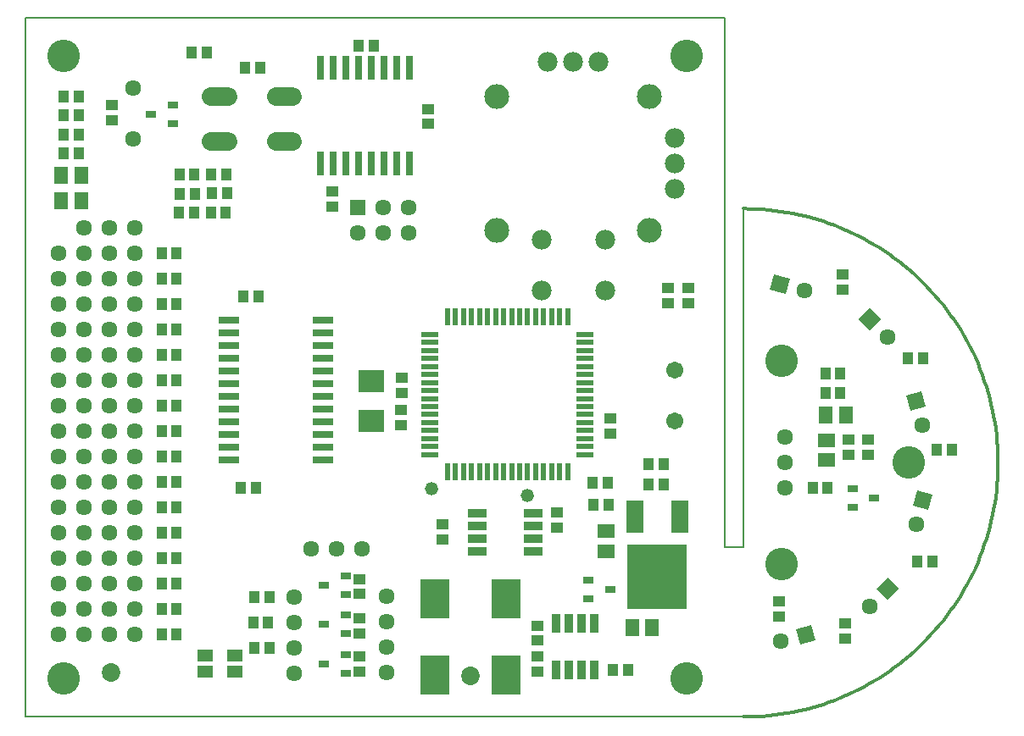
<source format=gts>
G75*
%MOIN*%
%OFA0B0*%
%FSLAX24Y24*%
%IPPOS*%
%LPD*%
%AMOC8*
5,1,8,0,0,1.08239X$1,22.5*
%
%ADD10C,0.0120*%
%ADD11C,0.0080*%
%ADD12R,0.0474X0.0395*%
%ADD13R,0.0635X0.0635*%
%ADD14C,0.0635*%
%ADD15R,0.0395X0.0474*%
%ADD16R,0.0635X0.0635*%
%ADD17R,0.0671X0.0533*%
%ADD18R,0.0769X0.0336*%
%ADD19R,0.0533X0.0671*%
%ADD20R,0.0363X0.0781*%
%ADD21R,0.1180X0.1580*%
%ADD22C,0.1280*%
%ADD23C,0.0674*%
%ADD24R,0.0631X0.0513*%
%ADD25C,0.0980*%
%ADD26C,0.0780*%
%ADD27C,0.0720*%
%ADD28R,0.0316X0.0946*%
%ADD29R,0.0430X0.0316*%
%ADD30R,0.2363X0.2521*%
%ADD31R,0.0710X0.1261*%
%ADD32R,0.0240X0.0671*%
%ADD33R,0.0671X0.0240*%
%ADD34R,0.1025X0.0867*%
%ADD35R,0.0848X0.0297*%
%ADD36C,0.0520*%
%ADD37C,0.0730*%
D10*
X028400Y000974D02*
X028644Y000977D01*
X028887Y000986D01*
X029130Y001001D01*
X029373Y001021D01*
X029615Y001048D01*
X029856Y001081D01*
X030096Y001119D01*
X030336Y001163D01*
X030574Y001213D01*
X030811Y001269D01*
X031047Y001331D01*
X031281Y001398D01*
X031513Y001471D01*
X031744Y001550D01*
X031972Y001634D01*
X032199Y001724D01*
X032423Y001819D01*
X032645Y001920D01*
X032864Y002026D01*
X033080Y002137D01*
X033294Y002254D01*
X033505Y002375D01*
X033713Y002502D01*
X033918Y002634D01*
X034119Y002771D01*
X034317Y002913D01*
X034512Y003059D01*
X034703Y003210D01*
X034890Y003366D01*
X035073Y003526D01*
X035253Y003691D01*
X035428Y003860D01*
X035599Y004033D01*
X035766Y004211D01*
X035928Y004392D01*
X036086Y004577D01*
X036240Y004766D01*
X036389Y004959D01*
X036533Y005155D01*
X036672Y005355D01*
X036807Y005558D01*
X036936Y005765D01*
X037060Y005974D01*
X037179Y006186D01*
X037293Y006402D01*
X037402Y006619D01*
X037505Y006840D01*
X037603Y007063D01*
X037696Y007288D01*
X037783Y007516D01*
X037864Y007745D01*
X037940Y007977D01*
X038010Y008210D01*
X038075Y008445D01*
X038134Y008681D01*
X038187Y008919D01*
X038234Y009158D01*
X038275Y009398D01*
X038310Y009639D01*
X038340Y009880D01*
X038364Y010123D01*
X038381Y010366D01*
X038393Y010609D01*
X038399Y010852D01*
X038399Y011096D01*
X038393Y011339D01*
X038381Y011582D01*
X038364Y011825D01*
X038340Y012068D01*
X038310Y012309D01*
X038275Y012550D01*
X038234Y012790D01*
X038187Y013029D01*
X038134Y013267D01*
X038075Y013503D01*
X038010Y013738D01*
X037940Y013971D01*
X037864Y014203D01*
X037783Y014432D01*
X037696Y014660D01*
X037603Y014885D01*
X037505Y015108D01*
X037402Y015329D01*
X037293Y015546D01*
X037179Y015762D01*
X037060Y015974D01*
X036936Y016183D01*
X036807Y016390D01*
X036672Y016593D01*
X036533Y016793D01*
X036389Y016989D01*
X036240Y017182D01*
X036086Y017371D01*
X035928Y017556D01*
X035766Y017737D01*
X035599Y017915D01*
X035428Y018088D01*
X035253Y018257D01*
X035073Y018422D01*
X034890Y018582D01*
X034703Y018738D01*
X034512Y018889D01*
X034317Y019035D01*
X034119Y019177D01*
X033918Y019314D01*
X033713Y019446D01*
X033505Y019573D01*
X033294Y019694D01*
X033080Y019811D01*
X032864Y019922D01*
X032645Y020028D01*
X032423Y020129D01*
X032199Y020224D01*
X031972Y020314D01*
X031744Y020398D01*
X031513Y020477D01*
X031281Y020550D01*
X031047Y020617D01*
X030811Y020679D01*
X030574Y020735D01*
X030336Y020785D01*
X030096Y020829D01*
X029856Y020867D01*
X029615Y020900D01*
X029373Y020927D01*
X029130Y020947D01*
X028887Y020962D01*
X028644Y020971D01*
X028400Y020974D01*
D11*
X028400Y000974D02*
X000150Y000974D01*
X000150Y028474D01*
X027650Y028474D01*
X027650Y007667D01*
X028400Y007667D01*
X028400Y020974D01*
D12*
X026213Y017844D03*
X026213Y017254D03*
X025413Y017254D03*
X025413Y017844D03*
X023163Y012719D03*
X023163Y012129D03*
X021050Y009019D03*
X021050Y008429D03*
X020275Y004569D03*
X020275Y003979D03*
X020275Y003344D03*
X020275Y002754D03*
X016550Y007954D03*
X016550Y008544D03*
X013300Y006407D03*
X013300Y005816D03*
X013288Y004844D03*
X013288Y004254D03*
X013300Y003344D03*
X013300Y002754D03*
X014925Y012454D03*
X014925Y013044D03*
X014938Y013729D03*
X014938Y014319D03*
X012213Y021054D03*
X012213Y021644D03*
X016000Y024316D03*
X016000Y024907D03*
X003538Y025044D03*
X003538Y024454D03*
X029775Y005519D03*
X029775Y004929D03*
X032400Y004644D03*
X032400Y004054D03*
X032525Y011304D03*
X032525Y011894D03*
X033275Y011894D03*
X033275Y011304D03*
X032275Y017804D03*
X032275Y018394D03*
D13*
X013213Y021037D03*
D14*
X014213Y021037D03*
X015213Y021037D03*
X015213Y020037D03*
X014213Y020037D03*
X013213Y020037D03*
X004450Y020224D03*
X004450Y019224D03*
X004450Y018224D03*
X003450Y018224D03*
X002450Y018224D03*
X001450Y018224D03*
X001450Y019224D03*
X002450Y019224D03*
X003450Y019224D03*
X003450Y020224D03*
X002450Y020224D03*
X002450Y017224D03*
X003450Y017224D03*
X003450Y016224D03*
X002450Y016224D03*
X002450Y015224D03*
X003450Y015224D03*
X003450Y014224D03*
X002450Y014224D03*
X002450Y013224D03*
X003450Y013224D03*
X003450Y012224D03*
X002450Y012224D03*
X002450Y011224D03*
X003450Y011224D03*
X003450Y010224D03*
X002450Y010224D03*
X002450Y009224D03*
X003450Y009224D03*
X003450Y008224D03*
X002450Y008224D03*
X002450Y007224D03*
X003450Y007224D03*
X003450Y006224D03*
X002450Y006224D03*
X002450Y005224D03*
X003450Y005224D03*
X003450Y004224D03*
X002450Y004224D03*
X001450Y004224D03*
X001450Y005224D03*
X001450Y006224D03*
X001450Y007224D03*
X001450Y008224D03*
X001450Y009224D03*
X001450Y010224D03*
X001450Y011224D03*
X001450Y012224D03*
X001450Y013224D03*
X001450Y014224D03*
X001450Y015224D03*
X001450Y016224D03*
X001450Y017224D03*
X004450Y017224D03*
X004450Y016224D03*
X004450Y015224D03*
X004450Y014224D03*
X004450Y013224D03*
X004450Y012224D03*
X004450Y011224D03*
X004450Y010224D03*
X004450Y009224D03*
X004450Y008224D03*
X004450Y007224D03*
X004450Y006224D03*
X004450Y005224D03*
X004450Y004224D03*
X010725Y004699D03*
X010725Y003699D03*
X010725Y002699D03*
X010725Y005699D03*
X011400Y007599D03*
X012400Y007599D03*
X013400Y007599D03*
X014350Y005724D03*
X014350Y004724D03*
X014350Y003724D03*
X014350Y002724D03*
X029867Y003945D03*
X033349Y005318D03*
X035171Y008541D03*
X035429Y012441D03*
X034056Y015923D03*
X030783Y017745D03*
X030025Y011974D03*
X030025Y010974D03*
X030025Y009974D03*
X004375Y023712D03*
X004375Y025712D03*
D15*
X006680Y027124D03*
X007270Y027124D03*
X008792Y026524D03*
X009383Y026524D03*
X013255Y027399D03*
X013845Y027399D03*
X008058Y022324D03*
X007467Y022324D03*
X006795Y022312D03*
X006205Y022312D03*
X006217Y021562D03*
X006808Y021562D03*
X007492Y021574D03*
X008083Y021574D03*
X008033Y020824D03*
X007442Y020824D03*
X006783Y020812D03*
X006192Y020812D03*
X006095Y019224D03*
X005505Y019224D03*
X005505Y018224D03*
X006095Y018224D03*
X006095Y017224D03*
X005505Y017224D03*
X005505Y016224D03*
X006095Y016224D03*
X006095Y015224D03*
X005505Y015224D03*
X005505Y014224D03*
X006095Y014224D03*
X006095Y013224D03*
X005505Y013224D03*
X005505Y012224D03*
X006095Y012224D03*
X006095Y011224D03*
X005505Y011224D03*
X005505Y010224D03*
X006095Y010224D03*
X006095Y009224D03*
X005505Y009224D03*
X005505Y008224D03*
X006095Y008224D03*
X006095Y007224D03*
X005505Y007224D03*
X005505Y006224D03*
X006095Y006224D03*
X006095Y005224D03*
X005505Y005224D03*
X005505Y004224D03*
X006095Y004224D03*
X009105Y004699D03*
X009695Y004699D03*
X009745Y005699D03*
X009155Y005699D03*
X009155Y003674D03*
X009745Y003674D03*
X009208Y009974D03*
X008617Y009974D03*
X008730Y017537D03*
X009320Y017537D03*
X002245Y023149D03*
X001655Y023149D03*
X001655Y023899D03*
X002245Y023899D03*
X002245Y024649D03*
X001655Y024649D03*
X001655Y025399D03*
X002245Y025399D03*
X022455Y010199D03*
X023045Y010199D03*
X023070Y009324D03*
X022480Y009324D03*
X024655Y010112D03*
X025245Y010112D03*
X025245Y010912D03*
X024655Y010912D03*
X031105Y009974D03*
X031695Y009974D03*
X035230Y007099D03*
X035820Y007099D03*
X035980Y011474D03*
X036570Y011474D03*
X035445Y015099D03*
X034855Y015099D03*
X032195Y014474D03*
X031605Y014474D03*
X031605Y013724D03*
X032195Y013724D03*
X023845Y002824D03*
X023255Y002824D03*
D16*
G36*
X030445Y004428D02*
X031057Y004592D01*
X031221Y003980D01*
X030609Y003816D01*
X030445Y004428D01*
G37*
G36*
X033608Y006025D02*
X034056Y006473D01*
X034504Y006025D01*
X034056Y005577D01*
X033608Y006025D01*
G37*
G36*
X035041Y009283D02*
X035205Y009895D01*
X035817Y009731D01*
X035653Y009119D01*
X035041Y009283D01*
G37*
G36*
X034947Y013019D02*
X034783Y013631D01*
X035395Y013795D01*
X035559Y013183D01*
X034947Y013019D01*
G37*
G36*
X033349Y016182D02*
X032901Y016630D01*
X033349Y017078D01*
X033797Y016630D01*
X033349Y016182D01*
G37*
G36*
X030041Y017616D02*
X029429Y017780D01*
X029593Y018392D01*
X030205Y018228D01*
X030041Y017616D01*
G37*
D17*
X031650Y011868D03*
X031650Y011080D03*
X022975Y008293D03*
X022975Y007505D03*
D18*
X020127Y007499D03*
X020127Y007999D03*
X020127Y008499D03*
X020127Y008999D03*
X017923Y008999D03*
X017923Y008499D03*
X017923Y007999D03*
X017923Y007499D03*
D19*
X024006Y004474D03*
X024794Y004474D03*
X031631Y012849D03*
X032419Y012849D03*
X002344Y021274D03*
X001556Y021274D03*
X001556Y022274D03*
X002344Y022274D03*
D20*
X021025Y004670D03*
X021525Y004670D03*
X022025Y004670D03*
X022525Y004670D03*
X022525Y002828D03*
X022025Y002828D03*
X021525Y002828D03*
X021025Y002828D03*
D21*
X019055Y002624D03*
X016245Y002624D03*
X016245Y005624D03*
X019055Y005624D03*
D22*
X026150Y002474D03*
X029900Y006974D03*
X034900Y010974D03*
X029900Y014974D03*
X026150Y026974D03*
X001650Y026974D03*
X001650Y002474D03*
D23*
X025700Y012640D03*
X025700Y014608D03*
D24*
X008391Y003389D03*
X008391Y002759D03*
X007209Y002759D03*
X007209Y003389D03*
D25*
X018688Y020124D03*
X024688Y020124D03*
X024688Y025374D03*
X018688Y025374D03*
D26*
X020688Y026749D03*
X021688Y026749D03*
X022688Y026749D03*
X025688Y023749D03*
X025688Y022749D03*
X025688Y021749D03*
X022938Y019749D03*
X022938Y017749D03*
X020438Y017749D03*
X020438Y019749D03*
D27*
X010663Y023609D02*
X010023Y023609D01*
X010023Y025389D02*
X010663Y025389D01*
X008103Y025389D02*
X007463Y025389D01*
X007463Y023609D02*
X008103Y023609D01*
D28*
X011738Y022759D03*
X012238Y022759D03*
X012738Y022759D03*
X013238Y022759D03*
X013738Y022759D03*
X014238Y022759D03*
X014738Y022759D03*
X015238Y022759D03*
X015238Y026529D03*
X014738Y026529D03*
X014238Y026529D03*
X013738Y026529D03*
X013238Y026529D03*
X012738Y026529D03*
X012238Y026529D03*
X011738Y026529D03*
D29*
X005938Y025073D03*
X005938Y024325D03*
X005088Y024699D03*
X012750Y006523D03*
X012750Y005775D03*
X012750Y004998D03*
X011900Y004624D03*
X012750Y004250D03*
X012750Y003423D03*
X012750Y002675D03*
X011900Y003049D03*
X011900Y006149D03*
X022300Y006373D03*
X023150Y005999D03*
X022300Y005625D03*
X032675Y009225D03*
X033525Y009599D03*
X032675Y009973D03*
D30*
X025000Y006499D03*
D31*
X024102Y008857D03*
X025898Y008857D03*
D32*
X021475Y010610D03*
X021160Y010610D03*
X020845Y010610D03*
X020530Y010610D03*
X020215Y010610D03*
X019900Y010610D03*
X019585Y010610D03*
X019270Y010610D03*
X018955Y010610D03*
X018640Y010610D03*
X018325Y010610D03*
X018010Y010610D03*
X017695Y010610D03*
X017380Y010610D03*
X017065Y010610D03*
X016750Y010610D03*
X016750Y016713D03*
X017065Y016713D03*
X017380Y016713D03*
X017695Y016713D03*
X018010Y016713D03*
X018325Y016713D03*
X018640Y016713D03*
X018955Y016713D03*
X019270Y016713D03*
X019585Y016713D03*
X019900Y016713D03*
X020215Y016713D03*
X020530Y016713D03*
X020845Y016713D03*
X021160Y016713D03*
X021475Y016713D03*
D33*
X022164Y016024D03*
X022164Y015709D03*
X022164Y015394D03*
X022164Y015079D03*
X022164Y014764D03*
X022164Y014449D03*
X022164Y014134D03*
X022164Y013819D03*
X022164Y013504D03*
X022164Y013189D03*
X022164Y012874D03*
X022164Y012559D03*
X022164Y012244D03*
X022164Y011929D03*
X022164Y011614D03*
X022164Y011299D03*
X016061Y011299D03*
X016061Y011614D03*
X016061Y011929D03*
X016061Y012244D03*
X016061Y012559D03*
X016061Y012874D03*
X016061Y013189D03*
X016061Y013504D03*
X016061Y013819D03*
X016061Y014134D03*
X016061Y014449D03*
X016061Y014764D03*
X016061Y015079D03*
X016061Y015394D03*
X016061Y015709D03*
X016061Y016024D03*
D34*
X013750Y014187D03*
X013750Y012612D03*
D35*
X011863Y012574D03*
X011863Y012074D03*
X011863Y011574D03*
X011863Y011074D03*
X011863Y013074D03*
X011863Y013574D03*
X011863Y014074D03*
X011863Y014574D03*
X011863Y015074D03*
X011863Y015574D03*
X011863Y016074D03*
X011863Y016574D03*
X008162Y016574D03*
X008162Y016074D03*
X008162Y015574D03*
X008162Y015074D03*
X008162Y014574D03*
X008162Y014074D03*
X008162Y013574D03*
X008162Y013074D03*
X008162Y012574D03*
X008162Y012074D03*
X008162Y011574D03*
X008162Y011074D03*
D36*
X016125Y009962D03*
X019875Y009687D03*
D37*
X017650Y002599D03*
X003525Y002724D03*
M02*

</source>
